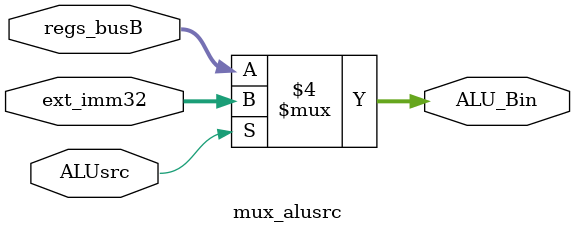
<source format=v>
module mux_memtoreg (
    ALU_out,datamem_out,MemtoReg,memtoreg_out
);

input[31:0] ALU_out;
input[31:0] datamem_out;
input MemtoReg;
output reg[31:0] memtoreg_out;

always @(*) begin
    if(MemtoReg==1)
        memtoreg_out<=datamem_out;
    else
        memtoreg_out<=ALU_out;
end
endmodule

// 确定ALU源操作数二选一模块
module mux_alusrc (
    regs_busB,ext_imm32,ALUsrc,ALU_Bin
);

input[31:0] regs_busB;
input[31:0] ext_imm32;
input ALUsrc;
output reg[31:0] ALU_Bin;

always @(*) begin
    if(ALUsrc==1)
        ALU_Bin<=ext_imm32;
    else
        ALU_Bin<=regs_busB;
end
endmodule
</source>
